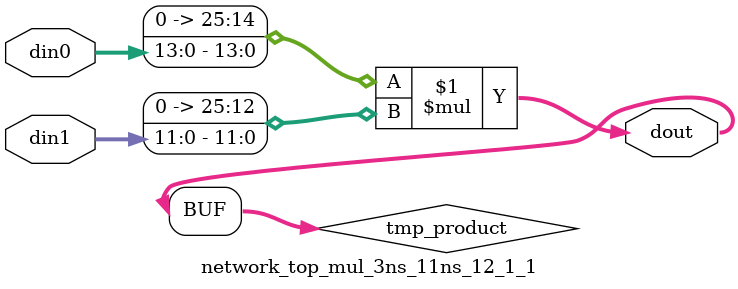
<source format=v>

`timescale 1 ns / 1 ps

  module network_top_mul_3ns_11ns_12_1_1(din0, din1, dout);
parameter ID = 1;
parameter NUM_STAGE = 0;
parameter din0_WIDTH = 14;
parameter din1_WIDTH = 12;
parameter dout_WIDTH = 26;

input [din0_WIDTH - 1 : 0] din0; 
input [din1_WIDTH - 1 : 0] din1; 
output [dout_WIDTH - 1 : 0] dout;

wire signed [dout_WIDTH - 1 : 0] tmp_product;










assign tmp_product = $signed({1'b0, din0}) * $signed({1'b0, din1});











assign dout = tmp_product;







endmodule

</source>
